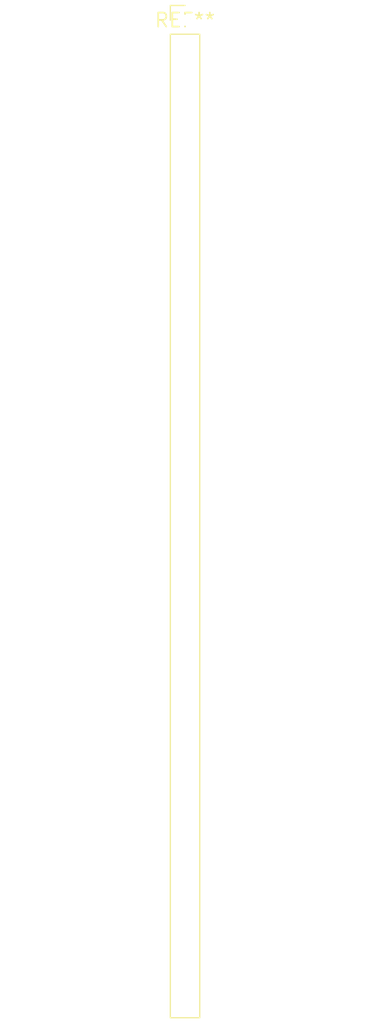
<source format=kicad_pcb>
(kicad_pcb (version 20240108) (generator pcbnew)
  (layers (0 "F.Cu" signal) (31 "B.Cu" signal) (34 "B.Paste" user) (35 "F.Paste" user) (36 "B.SilkS" user "B.Silkscreen") (37 "F.SilkS" user "F.Silkscreen") (38 "B.Mask" user) (39 "F.Mask" user) (44 "Edge.Cuts" user))
  (net 0 "")
  (footprint "PinHeader_1x36_P2.54mm_Vertical" (layer "F.Cu") (at 0 0)
    (property "Reference" "REF**")
    (property "Value" "PinHeader_1x36_P2.54mm_Vertical")
    (fp_line (start -1.33 -1.33) (end 0 -1.33) (layer "F.SilkS") (stroke (width 0.12)))
    (fp_line (start -1.33 0) (end -1.33 -1.33) (layer "F.SilkS") (stroke (width 0.12)))
    (fp_line (start -1.33 1.27) (end -1.33 90.23) (layer "F.SilkS") (stroke (width 0.12)))
    (fp_line (start -1.33 1.27) (end 1.33 1.27) (layer "F.SilkS") (stroke (width 0.12)))
    (fp_line (start -1.33 90.23) (end 1.33 90.23) (layer "F.SilkS") (stroke (width 0.12)))
    (fp_line (start 1.33 1.27) (end 1.33 90.23) (layer "F.SilkS") (stroke (width 0.12)))
    (pad "1" thru_hole rect (at 0 0) (size 1.7 1.7) (drill 1) (layers *.Cu *.Mask) (remove_unused_layers))
    (pad "2" thru_hole oval (at 0 2.54) (size 1.7 1.7) (drill 1) (layers *.Cu *.Mask) (remove_unused_layers))
    (pad "3" thru_hole oval (at 0 5.08) (size 1.7 1.7) (drill 1) (layers *.Cu *.Mask) (remove_unused_layers))
    (pad "4" thru_hole oval (at 0 7.62) (size 1.7 1.7) (drill 1) (layers *.Cu *.Mask) (remove_unused_layers))
    (pad "5" thru_hole oval (at 0 10.16) (size 1.7 1.7) (drill 1) (layers *.Cu *.Mask) (remove_unused_layers))
    (pad "6" thru_hole oval (at 0 12.7) (size 1.7 1.7) (drill 1) (layers *.Cu *.Mask) (remove_unused_layers))
    (pad "7" thru_hole oval (at 0 15.24) (size 1.7 1.7) (drill 1) (layers *.Cu *.Mask) (remove_unused_layers))
    (pad "8" thru_hole oval (at 0 17.78) (size 1.7 1.7) (drill 1) (layers *.Cu *.Mask) (remove_unused_layers))
    (pad "9" thru_hole oval (at 0 20.32) (size 1.7 1.7) (drill 1) (layers *.Cu *.Mask) (remove_unused_layers))
    (pad "10" thru_hole oval (at 0 22.86) (size 1.7 1.7) (drill 1) (layers *.Cu *.Mask) (remove_unused_layers))
    (pad "11" thru_hole oval (at 0 25.4) (size 1.7 1.7) (drill 1) (layers *.Cu *.Mask) (remove_unused_layers))
    (pad "12" thru_hole oval (at 0 27.94) (size 1.7 1.7) (drill 1) (layers *.Cu *.Mask) (remove_unused_layers))
    (pad "13" thru_hole oval (at 0 30.48) (size 1.7 1.7) (drill 1) (layers *.Cu *.Mask) (remove_unused_layers))
    (pad "14" thru_hole oval (at 0 33.02) (size 1.7 1.7) (drill 1) (layers *.Cu *.Mask) (remove_unused_layers))
    (pad "15" thru_hole oval (at 0 35.56) (size 1.7 1.7) (drill 1) (layers *.Cu *.Mask) (remove_unused_layers))
    (pad "16" thru_hole oval (at 0 38.1) (size 1.7 1.7) (drill 1) (layers *.Cu *.Mask) (remove_unused_layers))
    (pad "17" thru_hole oval (at 0 40.64) (size 1.7 1.7) (drill 1) (layers *.Cu *.Mask) (remove_unused_layers))
    (pad "18" thru_hole oval (at 0 43.18) (size 1.7 1.7) (drill 1) (layers *.Cu *.Mask) (remove_unused_layers))
    (pad "19" thru_hole oval (at 0 45.72) (size 1.7 1.7) (drill 1) (layers *.Cu *.Mask) (remove_unused_layers))
    (pad "20" thru_hole oval (at 0 48.26) (size 1.7 1.7) (drill 1) (layers *.Cu *.Mask) (remove_unused_layers))
    (pad "21" thru_hole oval (at 0 50.8) (size 1.7 1.7) (drill 1) (layers *.Cu *.Mask) (remove_unused_layers))
    (pad "22" thru_hole oval (at 0 53.34) (size 1.7 1.7) (drill 1) (layers *.Cu *.Mask) (remove_unused_layers))
    (pad "23" thru_hole oval (at 0 55.88) (size 1.7 1.7) (drill 1) (layers *.Cu *.Mask) (remove_unused_layers))
    (pad "24" thru_hole oval (at 0 58.42) (size 1.7 1.7) (drill 1) (layers *.Cu *.Mask) (remove_unused_layers))
    (pad "25" thru_hole oval (at 0 60.96) (size 1.7 1.7) (drill 1) (layers *.Cu *.Mask) (remove_unused_layers))
    (pad "26" thru_hole oval (at 0 63.5) (size 1.7 1.7) (drill 1) (layers *.Cu *.Mask) (remove_unused_layers))
    (pad "27" thru_hole oval (at 0 66.04) (size 1.7 1.7) (drill 1) (layers *.Cu *.Mask) (remove_unused_layers))
    (pad "28" thru_hole oval (at 0 68.58) (size 1.7 1.7) (drill 1) (layers *.Cu *.Mask) (remove_unused_layers))
    (pad "29" thru_hole oval (at 0 71.12) (size 1.7 1.7) (drill 1) (layers *.Cu *.Mask) (remove_unused_layers))
    (pad "30" thru_hole oval (at 0 73.66) (size 1.7 1.7) (drill 1) (layers *.Cu *.Mask) (remove_unused_layers))
    (pad "31" thru_hole oval (at 0 76.2) (size 1.7 1.7) (drill 1) (layers *.Cu *.Mask) (remove_unused_layers))
    (pad "32" thru_hole oval (at 0 78.74) (size 1.7 1.7) (drill 1) (layers *.Cu *.Mask) (remove_unused_layers))
    (pad "33" thru_hole oval (at 0 81.28) (size 1.7 1.7) (drill 1) (layers *.Cu *.Mask) (remove_unused_layers))
    (pad "34" thru_hole oval (at 0 83.82) (size 1.7 1.7) (drill 1) (layers *.Cu *.Mask) (remove_unused_layers))
    (pad "35" thru_hole oval (at 0 86.36) (size 1.7 1.7) (drill 1) (layers *.Cu *.Mask) (remove_unused_layers))
    (pad "36" thru_hole oval (at 0 88.9) (size 1.7 1.7) (drill 1) (layers *.Cu *.Mask) (remove_unused_layers))
  )
)
</source>
